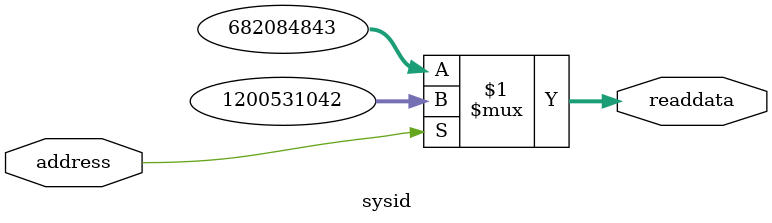
<source format=v>

`timescale 1ns / 1ps
// synthesis translate_on

// turn off superfluous verilog processor warnings 
// altera message_level Level1 
// altera message_off 10034 10035 10036 10037 10230 10240 10030 

module sysid (
               // inputs:
                address,

               // outputs:
                readdata
             )
;

  output  [ 31: 0] readdata;
  input            address;

  wire    [ 31: 0] readdata;
  //control_slave, which is an e_avalon_slave
  assign readdata = address ? 1200531042 : 682084843;

endmodule


</source>
